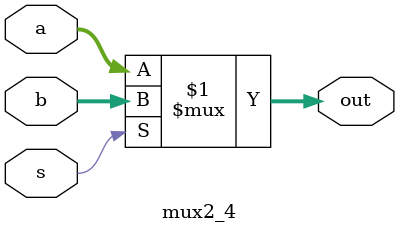
<source format=v>
/*=========================================================================
===========================================================================
    =            Proyecto:      Práctica 1                            =
    =            Archivo:       mux2_4.v                              =
    =            Autor:         Adrián Epifanio R.H                   =
    =            Fecha:         08/11/2018                            =
    =            Asignatura:    Estructuras de computadores           =
    =            Lenguaje:      Verilog                               = 
===========================================================================          
=========================================================================*/


/*===================================================================
=                            MODULE                                 =
===================================================================*/
module mux2_4(output wire [3:0] out, input wire [3:0] a, input wire [3:0] b, input wire s);

	assign out = s ? b : a; //oper. condicional de C, sintaxis [condicion ? valor_si_cierta : valor_si_falsa] 

endmodule

/*===================================================================*/
/*=========================  End of module  =========================*/
/**
 *
 *
 *   Autor: Adrián Epifanio R.H
 *   Fecha: 08/11/2018
 *
 *
**/


</source>
